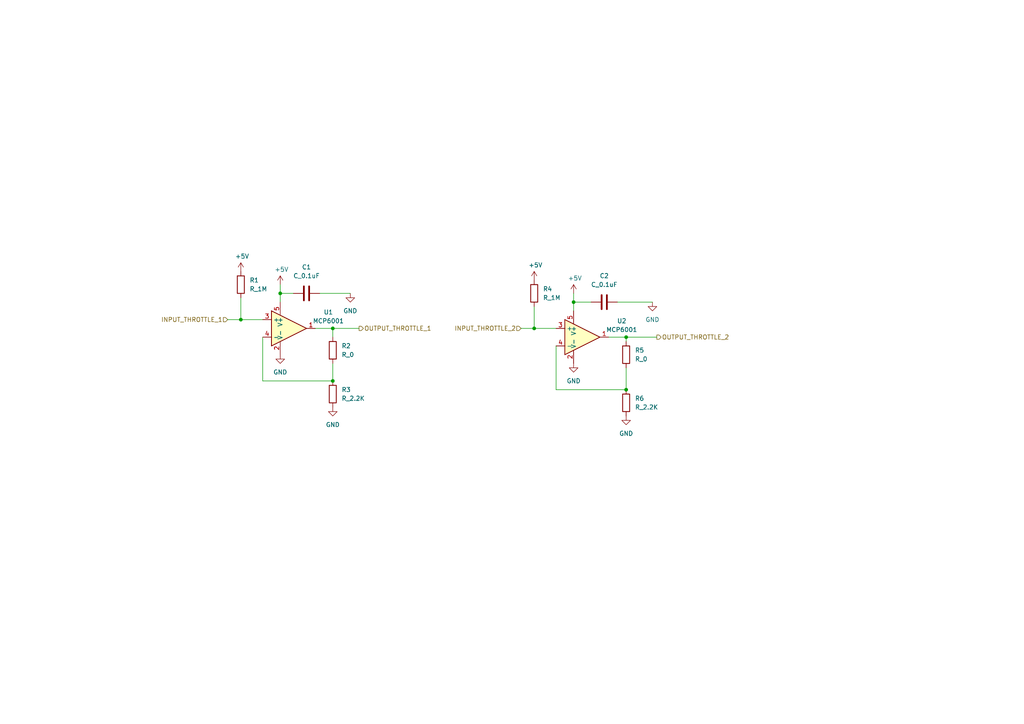
<source format=kicad_sch>
(kicad_sch (version 20211123) (generator eeschema)
  (paper "A4")
  (lib_symbols
    (symbol "formula:C_0.1uF" (pin_numbers hide) (pin_names (offset 0.254))
      (property "Reference" "C" (at 0.635 2.54 0))
      (property "Value" "C_0.1uF" (at 0.635 -2.54 0))
      (symbol "C_0.1uF_0_1"
        (polyline (pts (xy -2.032 -0.762) (xy 2.032 -0.762)) (stroke (width 0.508)))
        (polyline (pts (xy -2.032 0.762) (xy 2.032 0.762)) (stroke (width 0.508)))
      )
      (symbol "C_0.1uF_1_1"
        (pin passive line (at 0 3.81 270) (length 2.794) (name "~") (number "1"))
        (pin passive line (at 0 -3.81 90) (length 2.794) (name "~") (number "2"))
      )
    )
    (symbol "formula:MCP6001"
      (property "Reference" "U" (at 0 5.08 0))
      (property "Value" "MCP6001" (at 0 -5.08 0))
      (symbol "MCP6001_0_1"
        (polyline (pts (xy -5.08 5.08) (xy 5.08 0) (xy -5.08 -5.08) (xy -5.08 5.08)) (stroke (width 0.254)) (fill (type background)))
        (pin power_in line (at -2.54 -7.62 90) (length 3.81) (name "V-") (number "2"))
        (pin power_in line (at -2.54 7.62 270) (length 3.81) (name "V+") (number "5"))
      )
      (symbol "MCP6001_1_1"
        (pin output line (at 7.62 0 180) (length 2.54) (name "~") (number "1"))
        (pin input line (at -7.62 2.54 0) (length 2.54) (name "+") (number "3"))
        (pin input line (at -7.62 -2.54 0) (length 2.54) (name "-") (number "4"))
      )
    )
    (symbol "formula:R_0" (pin_numbers hide) (pin_names (offset 0))
      (property "Reference" "R" (at 2.032 0 90))
      (property "Value" "R_0" (at -2.54 0 90))
      (symbol "R_0_0_1"
        (rectangle (start -1.016 -2.54) (end 1.016 2.54) (stroke (width 0.254)))
      )
      (symbol "R_0_1_1"
        (pin passive line (at 0 3.81 270) (length 1.27) (name "~") (number "1"))
        (pin passive line (at 0 -3.81 90) (length 1.27) (name "~") (number "2"))
      )
    )
    (symbol "formula:R_1M" (pin_numbers hide) (pin_names (offset 0))
      (property "Reference" "R" (at 2.032 0 90))
      (property "Value" "R_1M" (at 0 0 90))
      (symbol "R_1M_0_1"
        (rectangle (start -1.016 -2.54) (end 1.016 2.54) (stroke (width 0.254)))
      )
      (symbol "R_1M_1_1"
        (pin passive line (at 0 3.81 270) (length 1.27) (name "~") (number "1"))
        (pin passive line (at 0 -3.81 90) (length 1.27) (name "~") (number "2"))
      )
    )
    (symbol "formula:R_2.2K" (pin_numbers hide) (pin_names (offset 0))
      (property "Reference" "R" (at 2.032 0 90))
      (property "Value" "R_2.2K" (at -2.54 0 90))
      (symbol "R_2.2K_0_1"
        (rectangle (start -1.016 -2.54) (end 1.016 2.54) (stroke (width 0.254)))
      )
      (symbol "R_2.2K_1_1"
        (pin passive line (at 0 3.81 270) (length 1.27) (name "~") (number "1"))
        (pin passive line (at 0 -3.81 90) (length 1.27) (name "~") (number "2"))
      )
    )
    (symbol "power:+5V" (power) (pin_names (offset 0))
      (property "Value" "+5V" (at 0 3.556 0))
      (symbol "+5V_0_1"
        (polyline (pts (xy -0.762 1.27) (xy 0 2.54)))
        (polyline (pts (xy 0 0) (xy 0 2.54)))
        (polyline (pts (xy 0 2.54) (xy 0.762 1.27)))
      )
      (symbol "+5V_1_1"
        (pin power_in line (at 0 0 90) (length 0) hide (name "+5V") (number "1"))
      )
    )
    (symbol "power:GND" (power) (pin_names (offset 0))
      (property "Value" "GND" (at 0 -3.81 0))
      (symbol "GND_0_1"
        (polyline (pts (xy 0 0) (xy 0 -1.27) (xy 1.27 -1.27) (xy 0 -2.54) (xy -1.27 -1.27) (xy 0 -1.27)))
      )
      (symbol "GND_1_1"
        (pin power_in line (at 0 0 270) (length 0) hide (name "GND") (number "1"))
      )
    )
  )
  (junction (at 166.37 87.63))
  (junction (at 96.52 95.25))
  (junction (at 181.61 97.79))
  (junction (at 181.61 113.03))
  (junction (at 69.85 92.71))
  (junction (at 81.28 85.09))
  (junction (at 154.94 95.25))
  (junction (at 96.52 110.49))
  (wire (pts (xy 69.85 86.36) (xy 69.85 92.71)))
  (wire (pts (xy 154.94 88.9) (xy 154.94 95.25)))
  (wire (pts (xy 96.52 105.41) (xy 96.52 110.49)))
  (wire (pts (xy 171.45 87.63) (xy 166.37 87.63)))
  (wire (pts (xy 101.6 85.09) (xy 92.71 85.09)))
  (wire (pts (xy 166.37 85.09) (xy 166.37 87.63)))
  (wire (pts (xy 66.04 92.71) (xy 69.85 92.71)))
  (wire (pts (xy 69.85 92.71) (xy 76.2 92.71)))
  (wire (pts (xy 176.53 97.79) (xy 181.61 97.79)))
  (wire (pts (xy 151.13 95.25) (xy 154.94 95.25)))
  (wire (pts (xy 76.2 110.49) (xy 76.2 97.79)))
  (wire (pts (xy 181.61 113.03) (xy 161.29 113.03)))
  (wire (pts (xy 166.37 87.63) (xy 166.37 90.17)))
  (wire (pts (xy 81.28 85.09) (xy 81.28 87.63)))
  (wire (pts (xy 96.52 95.25) (xy 104.14 95.25)))
  (wire (pts (xy 154.94 95.25) (xy 161.29 95.25)))
  (wire (pts (xy 181.61 97.79) (xy 190.5 97.79)))
  (wire (pts (xy 181.61 99.06) (xy 181.61 97.79)))
  (wire (pts (xy 96.52 110.49) (xy 76.2 110.49)))
  (wire (pts (xy 91.44 95.25) (xy 96.52 95.25)))
  (wire (pts (xy 181.61 106.68) (xy 181.61 113.03)))
  (wire (pts (xy 81.28 85.09) (xy 85.09 85.09)))
  (wire (pts (xy 96.52 97.79) (xy 96.52 95.25)))
  (wire (pts (xy 161.29 113.03) (xy 161.29 100.33)))
  (wire (pts (xy 179.07 87.63) (xy 189.23 87.63)))
  (wire (pts (xy 81.28 82.55) (xy 81.28 85.09)))
  (hierarchical_label "INPUT_THROTTLE_1" (shape input) (at 66.04 92.71 180))
  (hierarchical_label "OUTPUT_THROTTLE_1" (shape output) (at 104.14 95.25 0))
  (hierarchical_label "OUTPUT_THROTTLE_2" (shape output) (at 190.5 97.79 0))
  (hierarchical_label "INPUT_THROTTLE_2" (shape input) (at 151.13 95.25 180))
  (symbol (lib_id "power:GND") (at 166.37 105.41 0) (unit 1)
    (property "Reference" "#PWR?" (effects hide))
    (property "Value" "GND" (at 166.37 110.49 0))
  )
  (symbol (lib_id "power:+5V") (at 166.37 85.09 0) (unit 1)
    (property "Reference" "#PWR?" (effects hide))
    (property "Value" "+5V" (at 166.751 80.6958 0))
  )
  (symbol (lib_id "power:GND") (at 181.61 120.65 0) (unit 1)
    (property "Reference" "#PWR?" (effects hide))
    (property "Value" "GND" (at 181.61 125.73 0))
  )
  (symbol (lib_id "formula:C_0.1uF") (at 175.26 87.63 90) (unit 1)
    (property "Reference" "C2" (at 175.26 80.01 90))
    (property "Value" "C_0.1uF" (at 175.26 82.55 90))
    (property "Footprint" "footprints:C_0805_OEM" (effects hide))
    (property "Datasheet" "http://datasheets.avx.com/X7RDielectric.pdf" (effects hide))
    (property "MFN" "DK" (effects hide))
    (property "MPN" "478-3352-1-ND" (effects hide))
    (property "PurchasingLink" "https://www.digikey.com/products/en?keywords=478-3352-1-ND" (effects hide))
  )
  (symbol (lib_id "formula:R_1M") (at 69.85 82.55 0) (unit 1)
    (property "Reference" "R1" (at 72.39 81.2799 0) (effects (justify left)))
    (property "Value" "R_1M" (at 72.39 83.8199 0) (effects (justify left)))
    (property "Footprint" "footprints:R_0805_OEM" (effects hide))
    (property "Datasheet" "https://www.seielect.com/Catalog/SEI-rncp.pdf" (effects hide))
    (property "MFN" "DK" (effects hide))
    (property "MPN" "RMCF0805JT1M00CT-ND" (effects hide))
    (property "PurchasingLink" "https://www.digikey.com/product-detail/en/stackpole-electronics-inc/RMCF0805JT1M00/RMCF0805JT1M00CT-ND/1942600" (effects hide))
  )
  (symbol (lib_id "formula:MCP6001") (at 83.82 95.25 0) (unit 1)
    (property "Reference" "U1" (at 95.25 90.551 0))
    (property "Value" "MCP6001" (at 95.25 93.091 0))
    (property "Footprint" "footprints:SOT-23-5_OEM" (effects hide))
    (property "Datasheet" "http://ww1.microchip.com/downloads/en/DeviceDoc/21733j.pdf" (effects hide))
    (property "MFN" "DK" (effects hide))
    (property "MPN" "MCP6001T-I/OTCT-ND" (effects hide))
    (property "PurchasingLink" "https://www.digikey.com/product-detail/en/microchip-technology/MCP6001T-I-OT/MCP6001T-I-OTCT-ND/697158" (effects hide))
  )
  (symbol (lib_id "power:GND") (at 101.6 85.09 0) (unit 1)
    (property "Reference" "#PWR?" (effects hide))
    (property "Value" "GND" (at 101.6 90.17 0))
  )
  (symbol (lib_id "formula:MCP6001") (at 168.91 97.79 0) (unit 1)
    (property "Reference" "U2" (at 180.34 93.091 0))
    (property "Value" "MCP6001" (at 180.34 95.631 0))
    (property "Footprint" "footprints:SOT-23-5_OEM" (effects hide))
    (property "Datasheet" "http://ww1.microchip.com/downloads/en/DeviceDoc/21733j.pdf" (effects hide))
    (property "MFN" "DK" (effects hide))
    (property "MPN" "MCP6001T-I/OTCT-ND" (effects hide))
    (property "PurchasingLink" "https://www.digikey.com/product-detail/en/microchip-technology/MCP6001T-I-OT/MCP6001T-I-OTCT-ND/697158" (effects hide))
  )
  (symbol (lib_id "power:+5V") (at 69.85 78.74 0) (unit 1)
    (property "Reference" "#PWR?" (effects hide))
    (property "Value" "+5V" (at 70.231 74.3458 0))
  )
  (symbol (lib_id "power:GND") (at 189.23 87.63 0) (unit 1)
    (property "Reference" "#PWR?" (effects hide))
    (property "Value" "GND" (at 189.23 92.71 0))
  )
  (symbol (lib_id "power:+5V") (at 81.28 82.55 0) (unit 1)
    (property "Reference" "#PWR?" (effects hide))
    (property "Value" "+5V" (at 81.661 78.1558 0))
  )
  (symbol (lib_id "formula:R_0") (at 96.52 101.6 0) (unit 1)
    (property "Reference" "R2" (at 99.06 100.3299 0) (effects (justify left)))
    (property "Value" "R_0" (at 99.06 102.8699 0) (effects (justify left)))
    (property "Footprint" "footprints:R_0603_1608Metric" (effects hide))
    (property "Datasheet" "http://industrial.panasonic.com/www-cgi/jvcr13pz.cgi?E+PZ+3+AOA0001+ERJ3GEY0R00V+7+WW" (effects hide))
    (property "MFN" "DK" (effects hide))
    (property "MPN" "P0.0GCT-ND" (effects hide))
    (property "PurchasingLink" "https://www.digikey.com/product-detail/en/panasonic-electronic-components/ERJ-3GEY0R00V/P0.0GCT-ND/134711" (effects hide))
  )
  (symbol (lib_id "formula:R_2.2K") (at 181.61 116.84 0) (unit 1)
    (property "Reference" "R6" (at 184.15 115.5699 0) (effects (justify left)))
    (property "Value" "R_2.2K" (at 184.15 118.1099 0) (effects (justify left)))
    (property "Footprint" "footprints:R_0805_OEM" (effects hide))
    (property "Datasheet" "https://www.seielect.com/Catalog/SEI-RMCF_RMCP.pdf" (effects hide))
    (property "MFN" "DK" (effects hide))
    (property "MPN" "RMCF0805FT2K20CT-ND" (effects hide))
    (property "PurchasingLink" "https://www.digikey.com/product-detail/en/stackpole-electronics-inc/RMCF0805FT2K20/RMCF0805FT2K20CT-ND/1942387" (effects hide))
  )
  (symbol (lib_id "power:GND") (at 96.52 118.11 0) (unit 1)
    (property "Reference" "#PWR?" (effects hide))
    (property "Value" "GND" (at 96.52 123.19 0))
  )
  (symbol (lib_id "formula:C_0.1uF") (at 88.9 85.09 90) (unit 1)
    (property "Reference" "C1" (at 88.9 77.47 90))
    (property "Value" "C_0.1uF" (at 88.9 80.01 90))
    (property "Footprint" "footprints:C_0805_OEM" (effects hide))
    (property "Datasheet" "http://datasheets.avx.com/X7RDielectric.pdf" (effects hide))
    (property "MFN" "DK" (effects hide))
    (property "MPN" "478-3352-1-ND" (effects hide))
    (property "PurchasingLink" "https://www.digikey.com/products/en?keywords=478-3352-1-ND" (effects hide))
  )
  (symbol (lib_id "formula:R_2.2K") (at 96.52 114.3 0) (unit 1)
    (property "Reference" "R3" (at 99.06 113.0299 0) (effects (justify left)))
    (property "Value" "R_2.2K" (at 99.06 115.5699 0) (effects (justify left)))
    (property "Footprint" "footprints:R_0805_OEM" (effects hide))
    (property "Datasheet" "https://www.seielect.com/Catalog/SEI-RMCF_RMCP.pdf" (effects hide))
    (property "MFN" "DK" (effects hide))
    (property "MPN" "RMCF0805FT2K20CT-ND" (effects hide))
    (property "PurchasingLink" "https://www.digikey.com/product-detail/en/stackpole-electronics-inc/RMCF0805FT2K20/RMCF0805FT2K20CT-ND/1942387" (effects hide))
  )
  (symbol (lib_id "formula:R_0") (at 181.61 102.87 0) (unit 1)
    (property "Reference" "R5" (at 184.15 101.5999 0) (effects (justify left)))
    (property "Value" "R_0" (at 184.15 104.1399 0) (effects (justify left)))
    (property "Footprint" "footprints:R_0603_1608Metric" (effects hide))
    (property "Datasheet" "http://industrial.panasonic.com/www-cgi/jvcr13pz.cgi?E+PZ+3+AOA0001+ERJ3GEY0R00V+7+WW" (effects hide))
    (property "MFN" "DK" (effects hide))
    (property "MPN" "P0.0GCT-ND" (effects hide))
    (property "PurchasingLink" "https://www.digikey.com/product-detail/en/panasonic-electronic-components/ERJ-3GEY0R00V/P0.0GCT-ND/134711" (effects hide))
  )
  (symbol (lib_id "formula:R_1M") (at 154.94 85.09 0) (unit 1)
    (property "Reference" "R4" (at 157.48 83.8199 0) (effects (justify left)))
    (property "Value" "R_1M" (at 157.48 86.3599 0) (effects (justify left)))
    (property "Footprint" "footprints:R_0805_OEM" (effects hide))
    (property "Datasheet" "https://www.seielect.com/Catalog/SEI-rncp.pdf" (effects hide))
    (property "MFN" "DK" (effects hide))
    (property "MPN" "RMCF0805JT1M00CT-ND" (effects hide))
    (property "PurchasingLink" "https://www.digikey.com/product-detail/en/stackpole-electronics-inc/RMCF0805JT1M00/RMCF0805JT1M00CT-ND/1942600" (effects hide))
  )
  (symbol (lib_id "power:+5V") (at 154.94 81.28 0) (unit 1)
    (property "Reference" "#PWR?" (effects hide))
    (property "Value" "+5V" (at 155.321 76.8858 0))
  )
  (symbol (lib_id "power:GND") (at 81.28 102.87 0) (unit 1)
    (property "Reference" "#PWR?" (effects hide))
    (property "Value" "GND" (at 81.28 107.95 0))
  )
)
</source>
